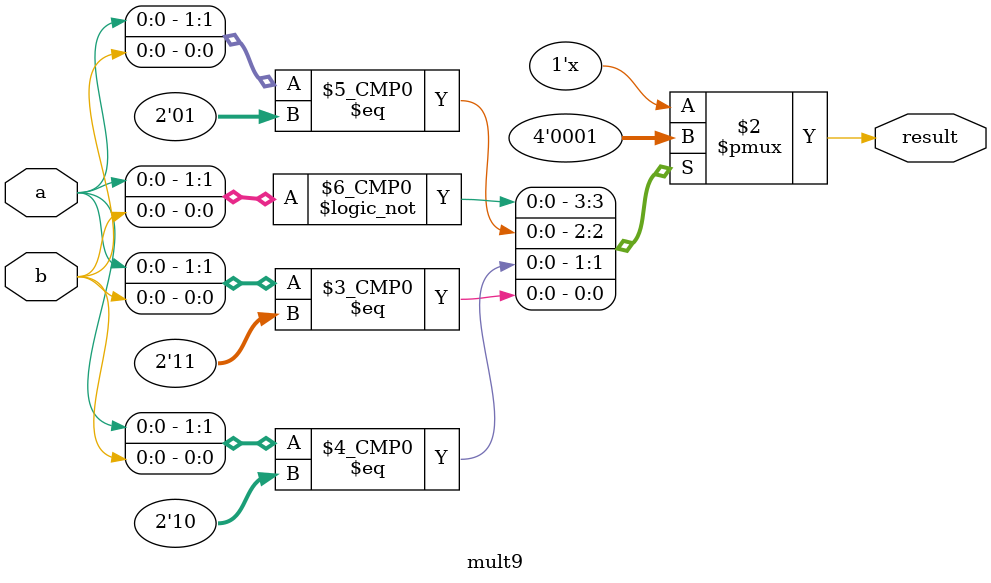
<source format=v>
module mult9 (input a, b,
            output reg result); // tested


    always @(*) begin
        case ({a, b})
            2'b00: result = 1'b0;
            2'b01: result = 1'b0;
            2'b10: result = 1'b0;
            2'b11: result = 1'b1;
        endcase
    end
endmodule
</source>
